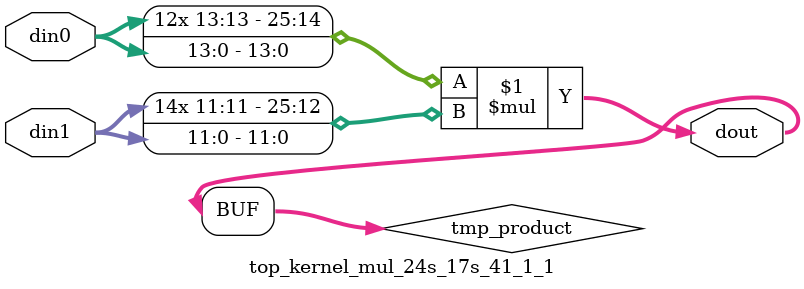
<source format=v>

`timescale 1 ns / 1 ps

 module top_kernel_mul_24s_17s_41_1_1(din0, din1, dout);
parameter ID = 1;
parameter NUM_STAGE = 0;
parameter din0_WIDTH = 14;
parameter din1_WIDTH = 12;
parameter dout_WIDTH = 26;

input [din0_WIDTH - 1 : 0] din0; 
input [din1_WIDTH - 1 : 0] din1; 
output [dout_WIDTH - 1 : 0] dout;

wire signed [dout_WIDTH - 1 : 0] tmp_product;



























assign tmp_product = $signed(din0) * $signed(din1);








assign dout = tmp_product;





















endmodule

</source>
